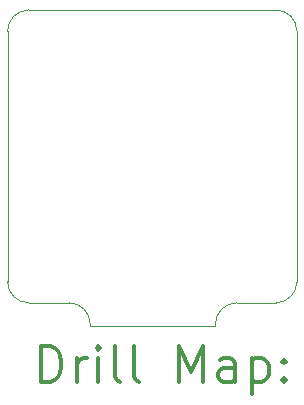
<source format=gbr>
%FSLAX45Y45*%
G04 Gerber Fmt 4.5, Leading zero omitted, Abs format (unit mm)*
G04 Created by KiCad (PCBNEW (5.1.6)-1) date 2022-09-21 14:30:58*
%MOMM*%
%LPD*%
G01*
G04 APERTURE LIST*
%TA.AperFunction,Profile*%
%ADD10C,0.050000*%
%TD*%
%ADD11C,0.200000*%
%ADD12C,0.300000*%
G04 APERTURE END LIST*
D10*
X12400000Y-10280000D02*
X12400000Y-10300000D01*
X13460000Y-10280000D02*
X13460000Y-10300000D01*
X14150000Y-9920000D02*
X14150000Y-7800000D01*
X13970000Y-7620000D02*
G75*
G02*
X14150000Y-7800000I0J-180000D01*
G01*
X11880000Y-7620000D02*
X13970000Y-7620000D01*
X11700000Y-7800000D02*
G75*
G02*
X11880000Y-7620000I180000J0D01*
G01*
X11700000Y-9920000D02*
X11700000Y-7800000D01*
X12220000Y-10100000D02*
X11880000Y-10100000D01*
X11880000Y-10100000D02*
G75*
G02*
X11700000Y-9920000I0J180000D01*
G01*
X13640000Y-10100000D02*
X13970000Y-10100000D01*
X14150000Y-9920000D02*
G75*
G02*
X13970000Y-10100000I-180000J0D01*
G01*
X12220000Y-10100000D02*
G75*
G02*
X12400000Y-10280000I0J-180000D01*
G01*
X13460000Y-10280000D02*
G75*
G02*
X13640000Y-10100000I180000J0D01*
G01*
X12400000Y-10300000D02*
X13460000Y-10300000D01*
D11*
D12*
X11983928Y-10768214D02*
X11983928Y-10468214D01*
X12055357Y-10468214D01*
X12098214Y-10482500D01*
X12126786Y-10511072D01*
X12141071Y-10539643D01*
X12155357Y-10596786D01*
X12155357Y-10639643D01*
X12141071Y-10696786D01*
X12126786Y-10725357D01*
X12098214Y-10753929D01*
X12055357Y-10768214D01*
X11983928Y-10768214D01*
X12283928Y-10768214D02*
X12283928Y-10568214D01*
X12283928Y-10625357D02*
X12298214Y-10596786D01*
X12312500Y-10582500D01*
X12341071Y-10568214D01*
X12369643Y-10568214D01*
X12469643Y-10768214D02*
X12469643Y-10568214D01*
X12469643Y-10468214D02*
X12455357Y-10482500D01*
X12469643Y-10496786D01*
X12483928Y-10482500D01*
X12469643Y-10468214D01*
X12469643Y-10496786D01*
X12655357Y-10768214D02*
X12626786Y-10753929D01*
X12612500Y-10725357D01*
X12612500Y-10468214D01*
X12812500Y-10768214D02*
X12783928Y-10753929D01*
X12769643Y-10725357D01*
X12769643Y-10468214D01*
X13155357Y-10768214D02*
X13155357Y-10468214D01*
X13255357Y-10682500D01*
X13355357Y-10468214D01*
X13355357Y-10768214D01*
X13626786Y-10768214D02*
X13626786Y-10611072D01*
X13612500Y-10582500D01*
X13583928Y-10568214D01*
X13526786Y-10568214D01*
X13498214Y-10582500D01*
X13626786Y-10753929D02*
X13598214Y-10768214D01*
X13526786Y-10768214D01*
X13498214Y-10753929D01*
X13483928Y-10725357D01*
X13483928Y-10696786D01*
X13498214Y-10668214D01*
X13526786Y-10653929D01*
X13598214Y-10653929D01*
X13626786Y-10639643D01*
X13769643Y-10568214D02*
X13769643Y-10868214D01*
X13769643Y-10582500D02*
X13798214Y-10568214D01*
X13855357Y-10568214D01*
X13883928Y-10582500D01*
X13898214Y-10596786D01*
X13912500Y-10625357D01*
X13912500Y-10711072D01*
X13898214Y-10739643D01*
X13883928Y-10753929D01*
X13855357Y-10768214D01*
X13798214Y-10768214D01*
X13769643Y-10753929D01*
X14041071Y-10739643D02*
X14055357Y-10753929D01*
X14041071Y-10768214D01*
X14026786Y-10753929D01*
X14041071Y-10739643D01*
X14041071Y-10768214D01*
X14041071Y-10582500D02*
X14055357Y-10596786D01*
X14041071Y-10611072D01*
X14026786Y-10596786D01*
X14041071Y-10582500D01*
X14041071Y-10611072D01*
M02*

</source>
